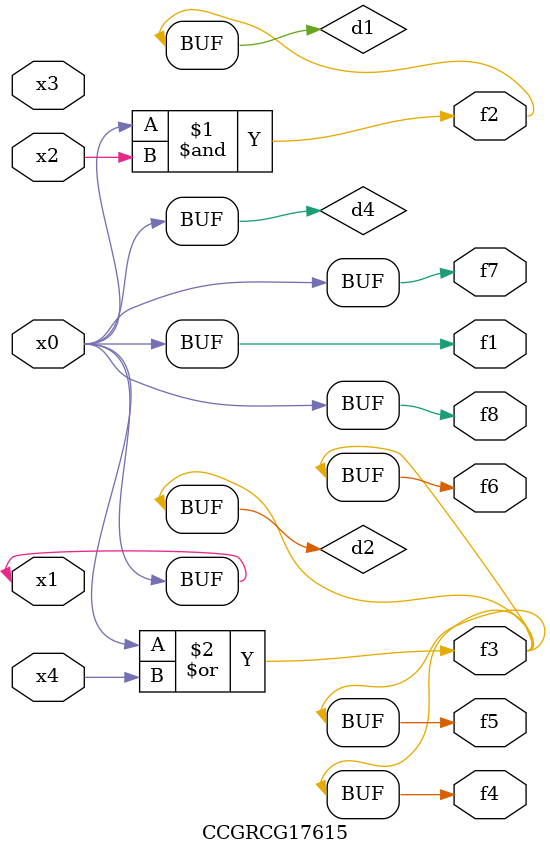
<source format=v>
module CCGRCG17615(
	input x0, x1, x2, x3, x4,
	output f1, f2, f3, f4, f5, f6, f7, f8
);

	wire d1, d2, d3, d4;

	and (d1, x0, x2);
	or (d2, x0, x4);
	nand (d3, x0, x2);
	buf (d4, x0, x1);
	assign f1 = d4;
	assign f2 = d1;
	assign f3 = d2;
	assign f4 = d2;
	assign f5 = d2;
	assign f6 = d2;
	assign f7 = d4;
	assign f8 = d4;
endmodule

</source>
